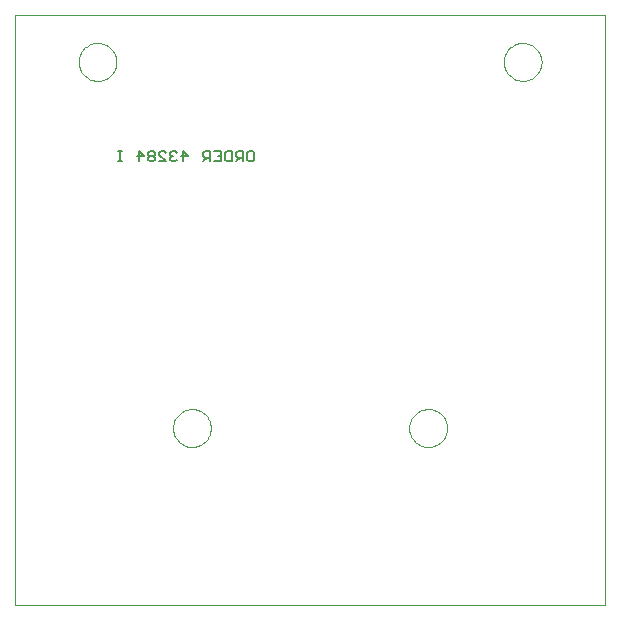
<source format=gbo>
G75*
G70*
%OFA0B0*%
%FSLAX24Y24*%
%IPPOS*%
%LPD*%
%AMOC8*
5,1,8,0,0,1.08239X$1,22.5*
%
%ADD10C,0.0000*%
%ADD11C,0.0060*%
D10*
X000574Y000574D02*
X020259Y000574D01*
X020259Y020259D01*
X000574Y020259D01*
X000574Y000574D01*
X005849Y006479D02*
X005851Y006529D01*
X005857Y006579D01*
X005867Y006628D01*
X005881Y006676D01*
X005898Y006723D01*
X005919Y006768D01*
X005944Y006812D01*
X005972Y006853D01*
X006004Y006892D01*
X006038Y006929D01*
X006075Y006963D01*
X006115Y006993D01*
X006157Y007020D01*
X006201Y007044D01*
X006247Y007065D01*
X006294Y007081D01*
X006342Y007094D01*
X006392Y007103D01*
X006441Y007108D01*
X006492Y007109D01*
X006542Y007106D01*
X006591Y007099D01*
X006640Y007088D01*
X006688Y007073D01*
X006734Y007055D01*
X006779Y007033D01*
X006822Y007007D01*
X006863Y006978D01*
X006902Y006946D01*
X006938Y006911D01*
X006970Y006873D01*
X007000Y006833D01*
X007027Y006790D01*
X007050Y006746D01*
X007069Y006700D01*
X007085Y006652D01*
X007097Y006603D01*
X007105Y006554D01*
X007109Y006504D01*
X007109Y006454D01*
X007105Y006404D01*
X007097Y006355D01*
X007085Y006306D01*
X007069Y006258D01*
X007050Y006212D01*
X007027Y006168D01*
X007000Y006125D01*
X006970Y006085D01*
X006938Y006047D01*
X006902Y006012D01*
X006863Y005980D01*
X006822Y005951D01*
X006779Y005925D01*
X006734Y005903D01*
X006688Y005885D01*
X006640Y005870D01*
X006591Y005859D01*
X006542Y005852D01*
X006492Y005849D01*
X006441Y005850D01*
X006392Y005855D01*
X006342Y005864D01*
X006294Y005877D01*
X006247Y005893D01*
X006201Y005914D01*
X006157Y005938D01*
X006115Y005965D01*
X006075Y005995D01*
X006038Y006029D01*
X006004Y006066D01*
X005972Y006105D01*
X005944Y006146D01*
X005919Y006190D01*
X005898Y006235D01*
X005881Y006282D01*
X005867Y006330D01*
X005857Y006379D01*
X005851Y006429D01*
X005849Y006479D01*
X013723Y006479D02*
X013725Y006529D01*
X013731Y006579D01*
X013741Y006628D01*
X013755Y006676D01*
X013772Y006723D01*
X013793Y006768D01*
X013818Y006812D01*
X013846Y006853D01*
X013878Y006892D01*
X013912Y006929D01*
X013949Y006963D01*
X013989Y006993D01*
X014031Y007020D01*
X014075Y007044D01*
X014121Y007065D01*
X014168Y007081D01*
X014216Y007094D01*
X014266Y007103D01*
X014315Y007108D01*
X014366Y007109D01*
X014416Y007106D01*
X014465Y007099D01*
X014514Y007088D01*
X014562Y007073D01*
X014608Y007055D01*
X014653Y007033D01*
X014696Y007007D01*
X014737Y006978D01*
X014776Y006946D01*
X014812Y006911D01*
X014844Y006873D01*
X014874Y006833D01*
X014901Y006790D01*
X014924Y006746D01*
X014943Y006700D01*
X014959Y006652D01*
X014971Y006603D01*
X014979Y006554D01*
X014983Y006504D01*
X014983Y006454D01*
X014979Y006404D01*
X014971Y006355D01*
X014959Y006306D01*
X014943Y006258D01*
X014924Y006212D01*
X014901Y006168D01*
X014874Y006125D01*
X014844Y006085D01*
X014812Y006047D01*
X014776Y006012D01*
X014737Y005980D01*
X014696Y005951D01*
X014653Y005925D01*
X014608Y005903D01*
X014562Y005885D01*
X014514Y005870D01*
X014465Y005859D01*
X014416Y005852D01*
X014366Y005849D01*
X014315Y005850D01*
X014266Y005855D01*
X014216Y005864D01*
X014168Y005877D01*
X014121Y005893D01*
X014075Y005914D01*
X014031Y005938D01*
X013989Y005965D01*
X013949Y005995D01*
X013912Y006029D01*
X013878Y006066D01*
X013846Y006105D01*
X013818Y006146D01*
X013793Y006190D01*
X013772Y006235D01*
X013755Y006282D01*
X013741Y006330D01*
X013731Y006379D01*
X013725Y006429D01*
X013723Y006479D01*
X016873Y018684D02*
X016875Y018734D01*
X016881Y018784D01*
X016891Y018833D01*
X016905Y018881D01*
X016922Y018928D01*
X016943Y018973D01*
X016968Y019017D01*
X016996Y019058D01*
X017028Y019097D01*
X017062Y019134D01*
X017099Y019168D01*
X017139Y019198D01*
X017181Y019225D01*
X017225Y019249D01*
X017271Y019270D01*
X017318Y019286D01*
X017366Y019299D01*
X017416Y019308D01*
X017465Y019313D01*
X017516Y019314D01*
X017566Y019311D01*
X017615Y019304D01*
X017664Y019293D01*
X017712Y019278D01*
X017758Y019260D01*
X017803Y019238D01*
X017846Y019212D01*
X017887Y019183D01*
X017926Y019151D01*
X017962Y019116D01*
X017994Y019078D01*
X018024Y019038D01*
X018051Y018995D01*
X018074Y018951D01*
X018093Y018905D01*
X018109Y018857D01*
X018121Y018808D01*
X018129Y018759D01*
X018133Y018709D01*
X018133Y018659D01*
X018129Y018609D01*
X018121Y018560D01*
X018109Y018511D01*
X018093Y018463D01*
X018074Y018417D01*
X018051Y018373D01*
X018024Y018330D01*
X017994Y018290D01*
X017962Y018252D01*
X017926Y018217D01*
X017887Y018185D01*
X017846Y018156D01*
X017803Y018130D01*
X017758Y018108D01*
X017712Y018090D01*
X017664Y018075D01*
X017615Y018064D01*
X017566Y018057D01*
X017516Y018054D01*
X017465Y018055D01*
X017416Y018060D01*
X017366Y018069D01*
X017318Y018082D01*
X017271Y018098D01*
X017225Y018119D01*
X017181Y018143D01*
X017139Y018170D01*
X017099Y018200D01*
X017062Y018234D01*
X017028Y018271D01*
X016996Y018310D01*
X016968Y018351D01*
X016943Y018395D01*
X016922Y018440D01*
X016905Y018487D01*
X016891Y018535D01*
X016881Y018584D01*
X016875Y018634D01*
X016873Y018684D01*
X002700Y018684D02*
X002702Y018734D01*
X002708Y018784D01*
X002718Y018833D01*
X002732Y018881D01*
X002749Y018928D01*
X002770Y018973D01*
X002795Y019017D01*
X002823Y019058D01*
X002855Y019097D01*
X002889Y019134D01*
X002926Y019168D01*
X002966Y019198D01*
X003008Y019225D01*
X003052Y019249D01*
X003098Y019270D01*
X003145Y019286D01*
X003193Y019299D01*
X003243Y019308D01*
X003292Y019313D01*
X003343Y019314D01*
X003393Y019311D01*
X003442Y019304D01*
X003491Y019293D01*
X003539Y019278D01*
X003585Y019260D01*
X003630Y019238D01*
X003673Y019212D01*
X003714Y019183D01*
X003753Y019151D01*
X003789Y019116D01*
X003821Y019078D01*
X003851Y019038D01*
X003878Y018995D01*
X003901Y018951D01*
X003920Y018905D01*
X003936Y018857D01*
X003948Y018808D01*
X003956Y018759D01*
X003960Y018709D01*
X003960Y018659D01*
X003956Y018609D01*
X003948Y018560D01*
X003936Y018511D01*
X003920Y018463D01*
X003901Y018417D01*
X003878Y018373D01*
X003851Y018330D01*
X003821Y018290D01*
X003789Y018252D01*
X003753Y018217D01*
X003714Y018185D01*
X003673Y018156D01*
X003630Y018130D01*
X003585Y018108D01*
X003539Y018090D01*
X003491Y018075D01*
X003442Y018064D01*
X003393Y018057D01*
X003343Y018054D01*
X003292Y018055D01*
X003243Y018060D01*
X003193Y018069D01*
X003145Y018082D01*
X003098Y018098D01*
X003052Y018119D01*
X003008Y018143D01*
X002966Y018170D01*
X002926Y018200D01*
X002889Y018234D01*
X002855Y018271D01*
X002823Y018310D01*
X002795Y018351D01*
X002770Y018395D01*
X002749Y018440D01*
X002732Y018487D01*
X002718Y018535D01*
X002708Y018584D01*
X002702Y018634D01*
X002700Y018684D01*
D11*
X004022Y015708D02*
X004136Y015708D01*
X004079Y015708D02*
X004079Y015367D01*
X004136Y015367D02*
X004022Y015367D01*
X004645Y015538D02*
X004872Y015538D01*
X004702Y015708D01*
X004702Y015367D01*
X005014Y015424D02*
X005071Y015367D01*
X005184Y015367D01*
X005241Y015424D01*
X005241Y015481D01*
X005184Y015538D01*
X005071Y015538D01*
X005014Y015481D01*
X005014Y015424D01*
X005071Y015538D02*
X005014Y015594D01*
X005014Y015651D01*
X005071Y015708D01*
X005184Y015708D01*
X005241Y015651D01*
X005241Y015594D01*
X005184Y015538D01*
X005382Y015594D02*
X005382Y015651D01*
X005439Y015708D01*
X005552Y015708D01*
X005609Y015651D01*
X005750Y015651D02*
X005750Y015594D01*
X005807Y015538D01*
X005750Y015481D01*
X005750Y015424D01*
X005807Y015367D01*
X005921Y015367D01*
X005977Y015424D01*
X005864Y015538D02*
X005807Y015538D01*
X005750Y015651D02*
X005807Y015708D01*
X005921Y015708D01*
X005977Y015651D01*
X006119Y015538D02*
X006346Y015538D01*
X006175Y015708D01*
X006175Y015367D01*
X005609Y015367D02*
X005382Y015594D01*
X005382Y015367D02*
X005609Y015367D01*
X006855Y015367D02*
X006969Y015481D01*
X006912Y015481D02*
X007082Y015481D01*
X007082Y015367D02*
X007082Y015708D01*
X006912Y015708D01*
X006855Y015651D01*
X006855Y015538D01*
X006912Y015481D01*
X007224Y015367D02*
X007451Y015367D01*
X007451Y015708D01*
X007224Y015708D01*
X007337Y015538D02*
X007451Y015538D01*
X007592Y015651D02*
X007649Y015708D01*
X007819Y015708D01*
X007819Y015367D01*
X007649Y015367D01*
X007592Y015424D01*
X007592Y015651D01*
X007960Y015651D02*
X007960Y015538D01*
X008017Y015481D01*
X008187Y015481D01*
X008074Y015481D02*
X007960Y015367D01*
X008187Y015367D02*
X008187Y015708D01*
X008017Y015708D01*
X007960Y015651D01*
X008329Y015651D02*
X008329Y015424D01*
X008385Y015367D01*
X008499Y015367D01*
X008555Y015424D01*
X008555Y015651D01*
X008499Y015708D01*
X008385Y015708D01*
X008329Y015651D01*
M02*

</source>
